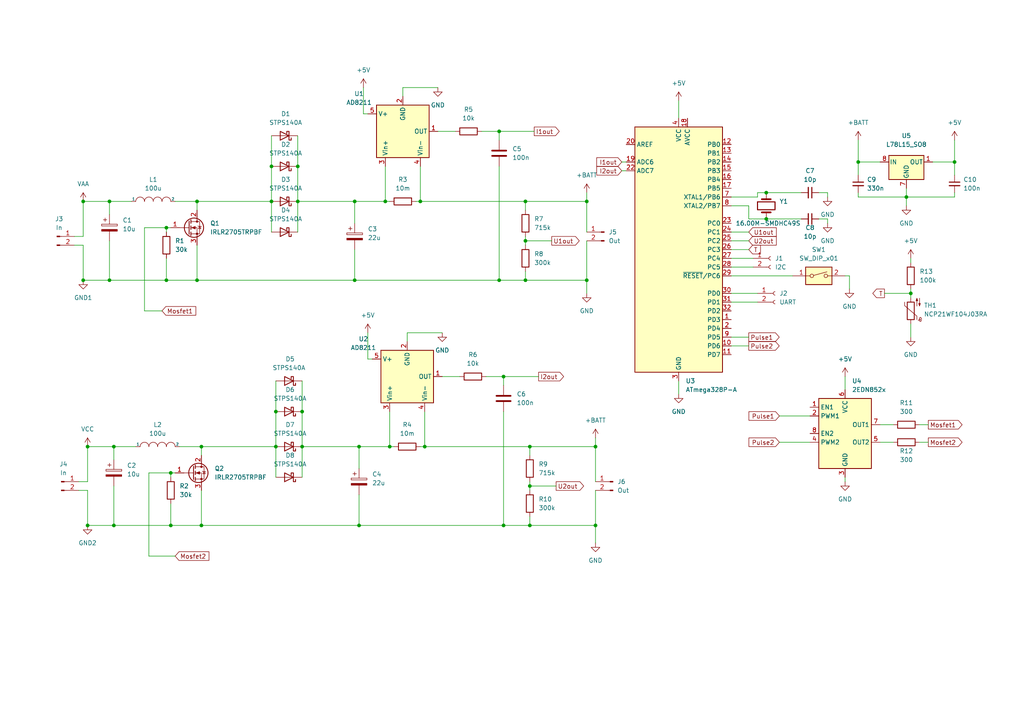
<source format=kicad_sch>
(kicad_sch (version 20211123) (generator eeschema)
  (paper "A4")
  (lib_symbols
    (symbol "Amplifier_Current:AD8211"
      (property "Reference" "U" (at -7.62 10.795 0))
      (property "Value" "AD8211" (at -7.62 8.89 0))
      (symbol "AD8211_0_1"
        (rectangle (start -7.62 7.62) (end 7.62 -7.62) (stroke (width 0.254)) (fill (type background)))
      )
      (symbol "AD8211_1_1"
        (pin output line (at 10.16 0 180) (length 2.54) (name "OUT") (number "1"))
        (pin power_in line (at 0 -10.16 90) (length 2.54) (name "GND") (number "2"))
        (pin input line (at -5.08 10.16 270) (length 2.54) (name "Vin+") (number "3"))
        (pin input line (at 5.08 10.16 270) (length 2.54) (name "Vin-") (number "4"))
        (pin power_in line (at -10.16 -5.08 0) (length 2.54) (name "V+") (number "5"))
      )
    )
    (symbol "Connector:Conn_01x02_Female" (pin_names (offset 1.016) hide)
      (property "Reference" "J" (at 0 2.54 0))
      (property "Value" "Conn_01x02_Female" (at 0 -5.08 0))
      (symbol "Conn_01x02_Female_1_1"
        (arc (start 0 -2.032) (mid -0.508 -2.54) (end 0 -3.048) (stroke (width 0.1524)))
        (polyline (pts (xy -1.27 -2.54) (xy -0.508 -2.54)) (stroke (width 0.1524)))
        (polyline (pts (xy -1.27 0) (xy -0.508 0)) (stroke (width 0.1524)))
        (arc (start 0 0.508) (mid -0.508 0) (end 0 -0.508) (stroke (width 0.1524)))
        (pin passive line (at -5.08 0 0) (length 3.81) (name "Pin_1") (number "1"))
        (pin passive line (at -5.08 -2.54 0) (length 3.81) (name "Pin_2") (number "2"))
      )
    )
    (symbol "Connector:Conn_01x02_Male" (pin_names (offset 1.016) hide)
      (property "Reference" "J" (at 0 2.54 0))
      (property "Value" "Conn_01x02_Male" (at 0 -5.08 0))
      (symbol "Conn_01x02_Male_1_1"
        (polyline (pts (xy 1.27 -2.54) (xy 0.8636 -2.54)) (stroke (width 0.1524)))
        (polyline (pts (xy 1.27 0) (xy 0.8636 0)) (stroke (width 0.1524)))
        (rectangle (start 0.8636 -2.413) (end 0 -2.667) (stroke (width 0.1524)) (fill (type outline)))
        (rectangle (start 0.8636 0.127) (end 0 -0.127) (stroke (width 0.1524)) (fill (type outline)))
        (pin passive line (at 5.08 0 180) (length 3.81) (name "Pin_1") (number "1"))
        (pin passive line (at 5.08 -2.54 180) (length 3.81) (name "Pin_2") (number "2"))
      )
    )
    (symbol "Device:C" (pin_numbers hide) (pin_names (offset 0.254))
      (property "Reference" "C" (at 0.635 2.54 0))
      (property "Value" "C" (at 0.635 -2.54 0))
      (symbol "C_0_1"
        (polyline (pts (xy -2.032 -0.762) (xy 2.032 -0.762)) (stroke (width 0.508)))
        (polyline (pts (xy -2.032 0.762) (xy 2.032 0.762)) (stroke (width 0.508)))
      )
      (symbol "C_1_1"
        (pin passive line (at 0 3.81 270) (length 2.794) (name "~") (number "1"))
        (pin passive line (at 0 -3.81 90) (length 2.794) (name "~") (number "2"))
      )
    )
    (symbol "Device:C_Polarized" (pin_numbers hide) (pin_names (offset 0.254))
      (property "Reference" "C" (at 0.635 2.54 0))
      (property "Value" "C_Polarized" (at 0.635 -2.54 0))
      (symbol "C_Polarized_0_1"
        (rectangle (start -2.286 0.508) (end 2.286 1.016))
        (polyline (pts (xy -1.778 2.286) (xy -0.762 2.286)))
        (polyline (pts (xy -1.27 2.794) (xy -1.27 1.778)))
        (rectangle (start 2.286 -0.508) (end -2.286 -1.016) (fill (type outline)))
      )
      (symbol "C_Polarized_1_1"
        (pin passive line (at 0 3.81 270) (length 2.794) (name "~") (number "1"))
        (pin passive line (at 0 -3.81 90) (length 2.794) (name "~") (number "2"))
      )
    )
    (symbol "Device:C_Small" (pin_numbers hide) (pin_names (offset 0.254) hide)
      (property "Reference" "C" (at 0.254 1.778 0))
      (property "Value" "C_Small" (at 0.254 -2.032 0))
      (symbol "C_Small_0_1"
        (polyline (pts (xy -1.524 -0.508) (xy 1.524 -0.508)) (stroke (width 0.3302)))
        (polyline (pts (xy -1.524 0.508) (xy 1.524 0.508)) (stroke (width 0.3048)))
      )
      (symbol "C_Small_1_1"
        (pin passive line (at 0 2.54 270) (length 2.032) (name "~") (number "1"))
        (pin passive line (at 0 -2.54 90) (length 2.032) (name "~") (number "2"))
      )
    )
    (symbol "Device:Crystal" (pin_numbers hide) (pin_names (offset 1.016) hide)
      (property "Reference" "Y" (at 0 3.81 0))
      (property "Value" "Crystal" (at 0 -3.81 0))
      (symbol "Crystal_0_1"
        (rectangle (start -1.143 2.54) (end 1.143 -2.54) (stroke (width 0.3048)))
        (polyline (pts (xy -2.54 0) (xy -1.905 0)))
        (polyline (pts (xy -1.905 -1.27) (xy -1.905 1.27)) (stroke (width 0.508)))
        (polyline (pts (xy 1.905 -1.27) (xy 1.905 1.27)) (stroke (width 0.508)))
        (polyline (pts (xy 2.54 0) (xy 1.905 0)))
      )
      (symbol "Crystal_1_1"
        (pin passive line (at -3.81 0 0) (length 1.27) (name "1") (number "1"))
        (pin passive line (at 3.81 0 180) (length 1.27) (name "2") (number "2"))
      )
    )
    (symbol "Device:D_Schottky" (pin_numbers hide) (pin_names (offset 1.016) hide)
      (property "Reference" "D" (at 0 2.54 0))
      (property "Value" "D_Schottky" (at 0 -2.54 0))
      (symbol "D_Schottky_0_1"
        (polyline (pts (xy 1.27 0) (xy -1.27 0)))
        (polyline (pts (xy 1.27 1.27) (xy 1.27 -1.27) (xy -1.27 0) (xy 1.27 1.27)) (stroke (width 0.254)))
        (polyline (pts (xy -1.905 0.635) (xy -1.905 1.27) (xy -1.27 1.27) (xy -1.27 -1.27) (xy -0.635 -1.27) (xy -0.635 -0.635)) (stroke (width 0.254)))
      )
      (symbol "D_Schottky_1_1"
        (pin passive line (at -3.81 0 0) (length 2.54) (name "K") (number "1"))
        (pin passive line (at 3.81 0 180) (length 2.54) (name "A") (number "2"))
      )
    )
    (symbol "Device:R" (pin_numbers hide) (pin_names (offset 0))
      (property "Reference" "R" (at 2.032 0 90))
      (property "Value" "R" (at 0 0 90))
      (symbol "R_0_1"
        (rectangle (start -1.016 -2.54) (end 1.016 2.54) (stroke (width 0.254)))
      )
      (symbol "R_1_1"
        (pin passive line (at 0 3.81 270) (length 1.27) (name "~") (number "1"))
        (pin passive line (at 0 -3.81 90) (length 1.27) (name "~") (number "2"))
      )
    )
    (symbol "Device:Thermistor_NTC" (pin_numbers hide) (pin_names (offset 0))
      (property "Reference" "TH" (at -4.445 0 90))
      (property "Value" "Thermistor_NTC" (at 3.175 0 90))
      (symbol "Thermistor_NTC_0_1"
        (arc (start -3.048 2.159) (mid -3.0495 2.3143) (end -3.175 2.413))
        (arc (start -3.048 2.159) (mid -2.9736 1.9794) (end -2.794 1.905))
        (arc (start -3.048 2.794) (mid -2.9736 2.6144) (end -2.794 2.54))
        (arc (start -2.794 1.905) (mid -2.6144 1.9794) (end -2.54 2.159))
        (arc (start -2.794 2.54) (mid -2.4393 2.5587) (end -2.159 2.794))
        (arc (start -2.794 3.048) (mid -2.9736 2.9736) (end -3.048 2.794))
        (arc (start -2.54 2.794) (mid -2.6144 2.9736) (end -2.794 3.048))
        (rectangle (start -1.016 2.54) (end 1.016 -2.54) (stroke (width 0.254)))
        (polyline (pts (xy -2.54 2.159) (xy -2.54 2.794)))
        (polyline (pts (xy -1.778 2.54) (xy -1.778 1.524) (xy 1.778 -1.524) (xy 1.778 -2.54)))
        (polyline (pts (xy -2.54 -3.683) (xy -2.54 -1.397) (xy -2.794 -2.159) (xy -2.286 -2.159) (xy -2.54 -1.397) (xy -2.54 -1.651)) (fill (type outline)))
        (polyline (pts (xy -1.778 -1.397) (xy -1.778 -3.683) (xy -2.032 -2.921) (xy -1.524 -2.921) (xy -1.778 -3.683) (xy -1.778 -3.429)) (fill (type outline)))
      )
      (symbol "Thermistor_NTC_1_1"
        (pin passive line (at 0 3.81 270) (length 1.27) (name "~") (number "1"))
        (pin passive line (at 0 -3.81 90) (length 1.27) (name "~") (number "2"))
      )
    )
    (symbol "Driver_FET:PM8834"
      (property "Reference" "U" (at -7.62 11.43 0))
      (property "Value" "PM8834" (at 12.7 11.43 0))
      (symbol "PM8834_0_1"
        (rectangle (start -7.62 -10.16) (end 7.62 10.16) (stroke (width 0.254)) (fill (type background)))
      )
      (symbol "PM8834_1_1"
        (pin input line (at -10.16 7.62 0) (length 2.54) (name "EN1") (number "1"))
        (pin input line (at -10.16 5.08 0) (length 2.54) (name "PWM1") (number "2"))
        (pin power_in line (at 0 -12.7 90) (length 2.54) (name "GND") (number "3"))
        (pin input line (at -10.16 -2.54 0) (length 2.54) (name "PWM2") (number "4"))
        (pin output line (at 10.16 -2.54 180) (length 2.54) (name "OUT2") (number "5"))
        (pin power_in line (at 0 12.7 270) (length 2.54) (name "VCC") (number "6"))
        (pin output line (at 10.16 2.54 180) (length 2.54) (name "OUT1") (number "7"))
        (pin input line (at -10.16 0 0) (length 2.54) (name "EN2") (number "8"))
      )
    )
    (symbol "MCU_Microchip_ATmega:ATmega328P-A"
      (property "Reference" "U" (at -12.7 36.83 0))
      (property "Value" "ATmega328P-A" (at 2.54 -36.83 0))
      (symbol "ATmega328P-A_0_1"
        (rectangle (start -12.7 -35.56) (end 12.7 35.56) (stroke (width 0.254)) (fill (type background)))
      )
      (symbol "ATmega328P-A_1_1"
        (pin bidirectional line (at 15.24 -20.32 180) (length 2.54) (name "PD3") (number "1"))
        (pin bidirectional line (at 15.24 -27.94 180) (length 2.54) (name "PD6") (number "10"))
        (pin bidirectional line (at 15.24 -30.48 180) (length 2.54) (name "PD7") (number "11"))
        (pin bidirectional line (at 15.24 30.48 180) (length 2.54) (name "PB0") (number "12"))
        (pin bidirectional line (at 15.24 27.94 180) (length 2.54) (name "PB1") (number "13"))
        (pin bidirectional line (at 15.24 25.4 180) (length 2.54) (name "PB2") (number "14"))
        (pin bidirectional line (at 15.24 22.86 180) (length 2.54) (name "PB3") (number "15"))
        (pin bidirectional line (at 15.24 20.32 180) (length 2.54) (name "PB4") (number "16"))
        (pin bidirectional line (at 15.24 17.78 180) (length 2.54) (name "PB5") (number "17"))
        (pin power_in line (at 2.54 38.1 270) (length 2.54) (name "AVCC") (number "18"))
        (pin input line (at -15.24 25.4 0) (length 2.54) (name "ADC6") (number "19"))
        (pin bidirectional line (at 15.24 -22.86 180) (length 2.54) (name "PD4") (number "2"))
        (pin passive line (at -15.24 30.48 0) (length 2.54) (name "AREF") (number "20"))
        (pin passive line (at 0 -38.1 90) (length 2.54) hide (name "GND") (number "21"))
        (pin input line (at -15.24 22.86 0) (length 2.54) (name "ADC7") (number "22"))
        (pin bidirectional line (at 15.24 7.62 180) (length 2.54) (name "PC0") (number "23"))
        (pin bidirectional line (at 15.24 5.08 180) (length 2.54) (name "PC1") (number "24"))
        (pin bidirectional line (at 15.24 2.54 180) (length 2.54) (name "PC2") (number "25"))
        (pin bidirectional line (at 15.24 0 180) (length 2.54) (name "PC3") (number "26"))
        (pin bidirectional line (at 15.24 -2.54 180) (length 2.54) (name "PC4") (number "27"))
        (pin bidirectional line (at 15.24 -5.08 180) (length 2.54) (name "PC5") (number "28"))
        (pin bidirectional line (at 15.24 -7.62 180) (length 2.54) (name "~{RESET}/PC6") (number "29"))
        (pin power_in line (at 0 -38.1 90) (length 2.54) (name "GND") (number "3"))
        (pin bidirectional line (at 15.24 -12.7 180) (length 2.54) (name "PD0") (number "30"))
        (pin bidirectional line (at 15.24 -15.24 180) (length 2.54) (name "PD1") (number "31"))
        (pin bidirectional line (at 15.24 -17.78 180) (length 2.54) (name "PD2") (number "32"))
        (pin power_in line (at 0 38.1 270) (length 2.54) (name "VCC") (number "4"))
        (pin passive line (at 0 -38.1 90) (length 2.54) hide (name "GND") (number "5"))
        (pin passive line (at 0 38.1 270) (length 2.54) hide (name "VCC") (number "6"))
        (pin bidirectional line (at 15.24 15.24 180) (length 2.54) (name "XTAL1/PB6") (number "7"))
        (pin bidirectional line (at 15.24 12.7 180) (length 2.54) (name "XTAL2/PB7") (number "8"))
        (pin bidirectional line (at 15.24 -25.4 180) (length 2.54) (name "PD5") (number "9"))
      )
    )
    (symbol "Regulator_Linear:L78L15_SO8" (pin_names (offset 0.254))
      (property "Reference" "U" (at -3.81 3.175 0))
      (property "Value" "L78L15_SO8" (at 0 3.175 0))
      (symbol "L78L15_SO8_0_1"
        (rectangle (start -5.08 1.905) (end 5.08 -5.08) (stroke (width 0.254)) (fill (type background)))
      )
      (symbol "L78L15_SO8_1_1"
        (pin power_out line (at 7.62 0 180) (length 2.54) (name "OUT") (number "1"))
        (pin passive line (at 0 -7.62 90) (length 2.54) hide (name "GND") (number "2"))
        (pin passive line (at 0 -7.62 90) (length 2.54) hide (name "GND") (number "3"))
        (pin no_connect line (at -5.08 -2.54 0) (length 2.54) hide (name "NC") (number "4"))
        (pin no_connect line (at 5.08 -2.54 180) (length 2.54) hide (name "NC") (number "5"))
        (pin passive line (at 0 -7.62 90) (length 2.54) hide (name "GND") (number "6"))
        (pin power_in line (at 0 -7.62 90) (length 2.54) (name "GND") (number "7"))
        (pin power_in line (at -7.62 0 0) (length 2.54) (name "IN") (number "8"))
      )
    )
    (symbol "Switch:SW_DIP_x01" (pin_names (offset 0) hide)
      (property "Reference" "SW" (at 0 3.81 0))
      (property "Value" "SW_DIP_x01" (at 0 -3.81 0))
      (symbol "SW_DIP_x01_0_0"
        (circle (center -2.032 0) (radius 0.508))
        (polyline (pts (xy -1.524 0.127) (xy 2.3622 1.1684)))
        (circle (center 2.032 0) (radius 0.508))
      )
      (symbol "SW_DIP_x01_0_1"
        (rectangle (start -3.81 2.54) (end 3.81 -2.54) (stroke (width 0.254)) (fill (type background)))
      )
      (symbol "SW_DIP_x01_1_1"
        (pin passive line (at -7.62 0 0) (length 5.08) (name "~") (number "1"))
        (pin passive line (at 7.62 0 180) (length 5.08) (name "~") (number "2"))
      )
    )
    (symbol "Transistor_FET:IRFS4321" (pin_names hide)
      (property "Reference" "Q" (at 5.08 1.905 0))
      (property "Value" "IRFS4321" (at 5.08 0 0))
      (symbol "IRFS4321_0_1"
        (polyline (pts (xy 0.254 0) (xy -2.54 0)))
        (polyline (pts (xy 0.254 1.905) (xy 0.254 -1.905)) (stroke (width 0.254)))
        (polyline (pts (xy 0.762 -1.27) (xy 0.762 -2.286)) (stroke (width 0.254)))
        (polyline (pts (xy 0.762 0.508) (xy 0.762 -0.508)) (stroke (width 0.254)))
        (polyline (pts (xy 0.762 2.286) (xy 0.762 1.27)) (stroke (width 0.254)))
        (polyline (pts (xy 2.54 2.54) (xy 2.54 1.778)))
        (polyline (pts (xy 2.54 -2.54) (xy 2.54 0) (xy 0.762 0)))
        (polyline (pts (xy 0.762 -1.778) (xy 3.302 -1.778) (xy 3.302 1.778) (xy 0.762 1.778)))
        (polyline (pts (xy 1.016 0) (xy 2.032 0.381) (xy 2.032 -0.381) (xy 1.016 0)) (fill (type outline)))
        (polyline (pts (xy 2.794 0.508) (xy 2.921 0.381) (xy 3.683 0.381) (xy 3.81 0.254)))
        (polyline (pts (xy 3.302 0.381) (xy 2.921 -0.254) (xy 3.683 -0.254) (xy 3.302 0.381)))
        (circle (center 1.651 0) (radius 2.794) (stroke (width 0.254)))
        (circle (center 2.54 -1.778) (radius 0.254) (fill (type outline)))
        (circle (center 2.54 1.778) (radius 0.254) (fill (type outline)))
      )
      (symbol "IRFS4321_1_1"
        (pin passive line (at -5.08 0 0) (length 2.54) (name "G") (number "1"))
        (pin passive line (at 2.54 5.08 270) (length 2.54) (name "D") (number "2"))
        (pin passive line (at 2.54 -5.08 90) (length 2.54) (name "S") (number "3"))
      )
    )
    (symbol "power:+5V" (power) (pin_names (offset 0))
      (property "Value" "+5V" (at 0 3.556 0))
      (symbol "+5V_0_1"
        (polyline (pts (xy -0.762 1.27) (xy 0 2.54)))
        (polyline (pts (xy 0 0) (xy 0 2.54)))
        (polyline (pts (xy 0 2.54) (xy 0.762 1.27)))
      )
      (symbol "+5V_1_1"
        (pin power_in line (at 0 0 90) (length 0) hide (name "+5V") (number "1"))
      )
    )
    (symbol "power:+BATT" (power) (pin_names (offset 0))
      (property "Value" "+BATT" (at 0 3.556 0))
      (symbol "+BATT_0_1"
        (polyline (pts (xy -0.762 1.27) (xy 0 2.54)))
        (polyline (pts (xy 0 0) (xy 0 2.54)))
        (polyline (pts (xy 0 2.54) (xy 0.762 1.27)))
      )
      (symbol "+BATT_1_1"
        (pin power_in line (at 0 0 90) (length 0) hide (name "+BATT") (number "1"))
      )
    )
    (symbol "power:GND" (power) (pin_names (offset 0))
      (property "Value" "GND" (at 0 -3.81 0))
      (symbol "GND_0_1"
        (polyline (pts (xy 0 0) (xy 0 -1.27) (xy 1.27 -1.27) (xy 0 -2.54) (xy -1.27 -1.27) (xy 0 -1.27)))
      )
      (symbol "GND_1_1"
        (pin power_in line (at 0 0 270) (length 0) hide (name "GND") (number "1"))
      )
    )
    (symbol "power:GND1" (power) (pin_names (offset 0))
      (property "Value" "GND1" (at 0 -3.81 0))
      (symbol "GND1_0_1"
        (polyline (pts (xy 0 0) (xy 0 -1.27) (xy 1.27 -1.27) (xy 0 -2.54) (xy -1.27 -1.27) (xy 0 -1.27)))
      )
      (symbol "GND1_1_1"
        (pin power_in line (at 0 0 270) (length 0) hide (name "GND1") (number "1"))
      )
    )
    (symbol "power:GND2" (power) (pin_names (offset 0))
      (property "Value" "GND2" (at 0 -3.81 0))
      (symbol "GND2_0_1"
        (polyline (pts (xy 0 0) (xy 0 -1.27) (xy 1.27 -1.27) (xy 0 -2.54) (xy -1.27 -1.27) (xy 0 -1.27)))
      )
      (symbol "GND2_1_1"
        (pin power_in line (at 0 0 270) (length 0) hide (name "GND2") (number "1"))
      )
    )
    (symbol "power:VAA" (power) (pin_names (offset 0))
      (property "Value" "VAA" (at 0 3.81 0))
      (symbol "VAA_0_1"
        (polyline (pts (xy -0.762 1.27) (xy 0 2.54)))
        (polyline (pts (xy 0 0) (xy 0 2.54)))
        (polyline (pts (xy 0 2.54) (xy 0.762 1.27)))
      )
      (symbol "VAA_1_1"
        (pin power_in line (at 0 0 90) (length 0) hide (name "VAA") (number "1"))
      )
    )
    (symbol "power:VCC" (power) (pin_names (offset 0))
      (property "Value" "VCC" (at 0 3.81 0))
      (symbol "VCC_0_1"
        (polyline (pts (xy -0.762 1.27) (xy 0 2.54)))
        (polyline (pts (xy 0 0) (xy 0 2.54)))
        (polyline (pts (xy 0 2.54) (xy 0.762 1.27)))
      )
      (symbol "VCC_1_1"
        (pin power_in line (at 0 0 90) (length 0) hide (name "VCC") (number "1"))
      )
    )
    (symbol "pspice:INDUCTOR" (pin_numbers hide) (pin_names (offset 0))
      (property "Reference" "L" (at 0 2.54 0))
      (property "Value" "INDUCTOR" (at 0 -1.27 0))
      (symbol "INDUCTOR_0_1"
        (arc (start -2.54 0) (mid -3.81 1.27) (end -5.08 0))
        (arc (start 0 0) (mid -1.27 1.27) (end -2.54 0))
        (arc (start 2.54 0) (mid 1.27 1.27) (end 0 0))
        (arc (start 5.08 0) (mid 3.81 1.27) (end 2.54 0))
      )
      (symbol "INDUCTOR_1_1"
        (pin input line (at -6.35 0 0) (length 1.27) (name "1") (number "1"))
        (pin input line (at 6.35 0 180) (length 1.27) (name "2") (number "2"))
      )
    )
  )
  (junction (at 58.42 129.54))
  (junction (at 102.87 81.28))
  (junction (at 31.75 58.42))
  (junction (at 153.67 129.54))
  (junction (at 33.02 152.4))
  (junction (at 80.01 119.38))
  (junction (at 57.15 81.28))
  (junction (at 87.63 119.38))
  (junction (at 104.14 129.54))
  (junction (at 48.26 81.28))
  (junction (at 146.05 109.22))
  (junction (at 58.42 152.4))
  (junction (at 102.87 58.42))
  (junction (at 80.01 129.54))
  (junction (at 152.4 81.28))
  (junction (at 146.05 152.4))
  (junction (at 144.78 38.1))
  (junction (at 222.25 63.5))
  (junction (at 172.72 129.54))
  (junction (at 121.92 58.42))
  (junction (at 31.75 81.28))
  (junction (at 170.18 58.42))
  (junction (at 104.14 152.4))
  (junction (at 144.78 81.28))
  (junction (at 25.4 129.54))
  (junction (at 49.53 152.4))
  (junction (at 152.4 58.42))
  (junction (at 24.13 81.28))
  (junction (at 153.67 152.4))
  (junction (at 222.25 55.88))
  (junction (at 123.19 129.54))
  (junction (at 78.74 48.26))
  (junction (at 262.89 57.15))
  (junction (at 111.76 58.42))
  (junction (at 248.92 46.99))
  (junction (at 113.03 129.54))
  (junction (at 172.72 152.4))
  (junction (at 57.15 58.42))
  (junction (at 48.26 66.04))
  (junction (at 25.4 152.4))
  (junction (at 152.4 69.85))
  (junction (at 24.13 58.42))
  (junction (at 86.36 48.26))
  (junction (at 276.86 46.99))
  (junction (at 87.63 129.54))
  (junction (at 49.53 137.16))
  (junction (at 264.16 85.09))
  (junction (at 78.74 58.42))
  (junction (at 153.67 140.97))
  (junction (at 33.02 129.54))
  (junction (at 170.18 81.28))
  (junction (at 86.36 58.42))
  (wire (pts (xy 212.09 67.31) (xy 217.17 67.31)))
  (wire (pts (xy 212.09 77.47) (xy 218.44 77.47)))
  (wire (pts (xy 146.05 119.38) (xy 146.05 152.4)))
  (wire (pts (xy 146.05 109.22) (xy 140.97 109.22)))
  (wire (pts (xy 262.89 57.15) (xy 262.89 59.69)))
  (wire (pts (xy 153.67 140.97) (xy 153.67 142.24)))
  (wire (pts (xy 25.4 139.7) (xy 25.4 129.54)))
  (wire (pts (xy 50.8 58.42) (xy 57.15 58.42)))
  (wire (pts (xy 144.78 40.64) (xy 144.78 38.1)))
  (wire (pts (xy 24.13 58.42) (xy 31.75 58.42)))
  (wire (pts (xy 48.26 74.93) (xy 48.26 81.28)))
  (wire (pts (xy 146.05 152.4) (xy 153.67 152.4)))
  (wire (pts (xy 226.06 120.65) (xy 234.95 120.65)))
  (wire (pts (xy 217.17 59.69) (xy 212.09 59.69)))
  (wire (pts (xy 102.87 58.42) (xy 86.36 58.42)))
  (wire (pts (xy 21.59 68.58) (xy 24.13 68.58)))
  (wire (pts (xy 41.91 66.04) (xy 48.26 66.04)))
  (wire (pts (xy 43.18 161.29) (xy 43.18 137.16)))
  (wire (pts (xy 264.16 74.93) (xy 264.16 76.2)))
  (wire (pts (xy 121.92 58.42) (xy 152.4 58.42)))
  (wire (pts (xy 245.11 109.22) (xy 245.11 113.03)))
  (wire (pts (xy 57.15 71.12) (xy 57.15 81.28)))
  (wire (pts (xy 153.67 152.4) (xy 172.72 152.4)))
  (wire (pts (xy 121.92 129.54) (xy 123.19 129.54)))
  (wire (pts (xy 102.87 64.77) (xy 102.87 58.42)))
  (wire (pts (xy 172.72 157.48) (xy 172.72 152.4)))
  (wire (pts (xy 248.92 46.99) (xy 248.92 50.8)))
  (wire (pts (xy 41.91 90.17) (xy 46.99 90.17)))
  (wire (pts (xy 22.86 139.7) (xy 25.4 139.7)))
  (wire (pts (xy 87.63 119.38) (xy 87.63 110.49)))
  (wire (pts (xy 57.15 58.42) (xy 57.15 60.96)))
  (wire (pts (xy 58.42 129.54) (xy 80.01 129.54)))
  (wire (pts (xy 121.92 48.26) (xy 121.92 58.42)))
  (wire (pts (xy 57.15 58.42) (xy 78.74 58.42)))
  (wire (pts (xy 41.91 90.17) (xy 41.91 66.04)))
  (wire (pts (xy 144.78 81.28) (xy 152.4 81.28)))
  (wire (pts (xy 104.14 135.89) (xy 104.14 129.54)))
  (wire (pts (xy 31.75 58.42) (xy 38.1 58.42)))
  (wire (pts (xy 80.01 119.38) (xy 80.01 129.54)))
  (wire (pts (xy 43.18 137.16) (xy 49.53 137.16)))
  (wire (pts (xy 246.38 83.82) (xy 246.38 80.01)))
  (wire (pts (xy 104.14 143.51) (xy 104.14 152.4)))
  (wire (pts (xy 255.27 123.19) (xy 259.08 123.19)))
  (wire (pts (xy 106.68 104.14) (xy 107.95 104.14)))
  (wire (pts (xy 123.19 129.54) (xy 153.67 129.54)))
  (wire (pts (xy 212.09 74.93) (xy 218.44 74.93)))
  (wire (pts (xy 52.07 129.54) (xy 58.42 129.54)))
  (wire (pts (xy 276.86 46.99) (xy 276.86 50.8)))
  (wire (pts (xy 152.4 81.28) (xy 170.18 81.28)))
  (wire (pts (xy 33.02 129.54) (xy 39.37 129.54)))
  (wire (pts (xy 146.05 111.76) (xy 146.05 109.22)))
  (wire (pts (xy 78.74 48.26) (xy 78.74 58.42)))
  (wire (pts (xy 240.03 55.88) (xy 237.49 55.88)))
  (wire (pts (xy 25.4 142.24) (xy 25.4 152.4)))
  (wire (pts (xy 43.18 161.29) (xy 50.8 161.29)))
  (wire (pts (xy 105.41 33.02) (xy 106.68 33.02)))
  (wire (pts (xy 262.89 54.61) (xy 262.89 57.15)))
  (wire (pts (xy 86.36 48.26) (xy 86.36 58.42)))
  (wire (pts (xy 266.7 128.27) (xy 269.24 128.27)))
  (wire (pts (xy 104.14 129.54) (xy 87.63 129.54)))
  (wire (pts (xy 276.86 46.99) (xy 270.51 46.99)))
  (wire (pts (xy 144.78 38.1) (xy 139.7 38.1)))
  (wire (pts (xy 111.76 58.42) (xy 113.03 58.42)))
  (wire (pts (xy 264.16 83.82) (xy 264.16 85.09)))
  (wire (pts (xy 146.05 109.22) (xy 156.21 109.22)))
  (wire (pts (xy 118.11 96.52) (xy 118.11 99.06)))
  (wire (pts (xy 264.16 85.09) (xy 264.16 86.36)))
  (wire (pts (xy 240.03 57.15) (xy 240.03 55.88)))
  (wire (pts (xy 49.53 138.43) (xy 49.53 137.16)))
  (wire (pts (xy 104.14 152.4) (xy 146.05 152.4)))
  (wire (pts (xy 172.72 127) (xy 172.72 129.54)))
  (wire (pts (xy 25.4 152.4) (xy 33.02 152.4)))
  (wire (pts (xy 248.92 46.99) (xy 255.27 46.99)))
  (wire (pts (xy 152.4 58.42) (xy 170.18 58.42)))
  (wire (pts (xy 245.11 138.43) (xy 245.11 139.7)))
  (wire (pts (xy 80.01 119.38) (xy 80.01 110.49)))
  (wire (pts (xy 153.67 149.86) (xy 153.67 152.4)))
  (wire (pts (xy 102.87 81.28) (xy 57.15 81.28)))
  (wire (pts (xy 232.41 63.5) (xy 222.25 63.5)))
  (wire (pts (xy 248.92 40.64) (xy 248.92 46.99)))
  (wire (pts (xy 105.41 25.4) (xy 105.41 33.02)))
  (wire (pts (xy 152.4 69.85) (xy 152.4 71.12)))
  (wire (pts (xy 170.18 55.88) (xy 170.18 58.42)))
  (wire (pts (xy 153.67 140.97) (xy 161.29 140.97)))
  (wire (pts (xy 172.72 139.7) (xy 172.72 129.54)))
  (wire (pts (xy 102.87 81.28) (xy 144.78 81.28)))
  (wire (pts (xy 80.01 138.43) (xy 80.01 129.54)))
  (wire (pts (xy 58.42 142.24) (xy 58.42 152.4)))
  (wire (pts (xy 33.02 152.4) (xy 49.53 152.4)))
  (wire (pts (xy 58.42 129.54) (xy 58.42 132.08)))
  (wire (pts (xy 266.7 123.19) (xy 269.24 123.19)))
  (wire (pts (xy 170.18 67.31) (xy 170.18 58.42)))
  (wire (pts (xy 226.06 128.27) (xy 234.95 128.27)))
  (wire (pts (xy 24.13 71.12) (xy 24.13 81.28)))
  (wire (pts (xy 123.19 119.38) (xy 123.19 129.54)))
  (wire (pts (xy 255.27 128.27) (xy 259.08 128.27)))
  (wire (pts (xy 48.26 66.04) (xy 49.53 66.04)))
  (wire (pts (xy 222.25 55.88) (xy 219.71 55.88)))
  (wire (pts (xy 276.86 40.64) (xy 276.86 46.99)))
  (wire (pts (xy 86.36 67.31) (xy 86.36 58.42)))
  (wire (pts (xy 212.09 72.39) (xy 217.17 72.39)))
  (wire (pts (xy 57.15 81.28) (xy 48.26 81.28)))
  (wire (pts (xy 31.75 81.28) (xy 48.26 81.28)))
  (wire (pts (xy 222.25 63.5) (xy 217.17 63.5)))
  (wire (pts (xy 276.86 55.88) (xy 276.86 57.15)))
  (wire (pts (xy 49.53 137.16) (xy 50.8 137.16)))
  (wire (pts (xy 240.03 64.77) (xy 240.03 63.5)))
  (wire (pts (xy 128.27 96.52) (xy 118.11 96.52)))
  (wire (pts (xy 153.67 139.7) (xy 153.67 140.97)))
  (wire (pts (xy 170.18 85.09) (xy 170.18 81.28)))
  (wire (pts (xy 31.75 62.23) (xy 31.75 58.42)))
  (wire (pts (xy 152.4 58.42) (xy 152.4 60.96)))
  (wire (pts (xy 102.87 72.39) (xy 102.87 81.28)))
  (wire (pts (xy 127 38.1) (xy 132.08 38.1)))
  (wire (pts (xy 116.84 25.4) (xy 116.84 27.94)))
  (wire (pts (xy 212.09 80.01) (xy 229.87 80.01)))
  (wire (pts (xy 172.72 142.24) (xy 172.72 152.4)))
  (wire (pts (xy 33.02 140.97) (xy 33.02 152.4)))
  (wire (pts (xy 21.59 71.12) (xy 24.13 71.12)))
  (wire (pts (xy 25.4 129.54) (xy 33.02 129.54)))
  (wire (pts (xy 264.16 93.98) (xy 264.16 97.79)))
  (wire (pts (xy 212.09 87.63) (xy 219.71 87.63)))
  (wire (pts (xy 106.68 96.52) (xy 106.68 104.14)))
  (wire (pts (xy 128.27 109.22) (xy 133.35 109.22)))
  (wire (pts (xy 240.03 63.5) (xy 237.49 63.5)))
  (wire (pts (xy 48.26 67.31) (xy 48.26 66.04)))
  (wire (pts (xy 212.09 85.09) (xy 219.71 85.09)))
  (wire (pts (xy 196.85 110.49) (xy 196.85 114.3)))
  (wire (pts (xy 152.4 78.74) (xy 152.4 81.28)))
  (wire (pts (xy 49.53 146.05) (xy 49.53 152.4)))
  (wire (pts (xy 153.67 129.54) (xy 172.72 129.54)))
  (wire (pts (xy 24.13 68.58) (xy 24.13 58.42)))
  (wire (pts (xy 111.76 48.26) (xy 111.76 58.42)))
  (wire (pts (xy 87.63 119.38) (xy 87.63 129.54)))
  (wire (pts (xy 144.78 48.26) (xy 144.78 81.28)))
  (wire (pts (xy 232.41 55.88) (xy 222.25 55.88)))
  (wire (pts (xy 248.92 55.88) (xy 248.92 57.15)))
  (wire (pts (xy 120.65 58.42) (xy 121.92 58.42)))
  (wire (pts (xy 104.14 152.4) (xy 58.42 152.4)))
  (wire (pts (xy 170.18 69.85) (xy 170.18 81.28)))
  (wire (pts (xy 217.17 100.33) (xy 212.09 100.33)))
  (wire (pts (xy 246.38 80.01) (xy 245.11 80.01)))
  (wire (pts (xy 78.74 48.26) (xy 78.74 39.37)))
  (wire (pts (xy 152.4 69.85) (xy 160.02 69.85)))
  (wire (pts (xy 153.67 129.54) (xy 153.67 132.08)))
  (wire (pts (xy 276.86 57.15) (xy 262.89 57.15)))
  (wire (pts (xy 104.14 129.54) (xy 113.03 129.54)))
  (wire (pts (xy 33.02 133.35) (xy 33.02 129.54)))
  (wire (pts (xy 217.17 97.79) (xy 212.09 97.79)))
  (wire (pts (xy 127 25.4) (xy 116.84 25.4)))
  (wire (pts (xy 180.34 49.53) (xy 181.61 49.53)))
  (wire (pts (xy 196.85 29.21) (xy 196.85 34.29)))
  (wire (pts (xy 212.09 69.85) (xy 217.17 69.85)))
  (wire (pts (xy 22.86 142.24) (xy 25.4 142.24)))
  (wire (pts (xy 87.63 138.43) (xy 87.63 129.54)))
  (wire (pts (xy 31.75 69.85) (xy 31.75 81.28)))
  (wire (pts (xy 152.4 68.58) (xy 152.4 69.85)))
  (wire (pts (xy 248.92 57.15) (xy 262.89 57.15)))
  (wire (pts (xy 58.42 152.4) (xy 49.53 152.4)))
  (wire (pts (xy 256.54 85.09) (xy 264.16 85.09)))
  (wire (pts (xy 113.03 119.38) (xy 113.03 129.54)))
  (wire (pts (xy 113.03 129.54) (xy 114.3 129.54)))
  (wire (pts (xy 219.71 55.88) (xy 219.71 57.15)))
  (wire (pts (xy 144.78 38.1) (xy 154.94 38.1)))
  (wire (pts (xy 219.71 57.15) (xy 212.09 57.15)))
  (wire (pts (xy 24.13 81.28) (xy 31.75 81.28)))
  (wire (pts (xy 78.74 67.31) (xy 78.74 58.42)))
  (wire (pts (xy 180.34 46.99) (xy 181.61 46.99)))
  (wire (pts (xy 217.17 63.5) (xy 217.17 59.69)))
  (wire (pts (xy 86.36 48.26) (xy 86.36 39.37)))
  (wire (pts (xy 102.87 58.42) (xy 111.76 58.42)))
  (global_label "I2out" (shape input) (at 180.34 49.53 180) (property "Intersheet References" "${INTERSHEET_REFS}" (effects hide)))
  (global_label "Pulse1" (shape output) (at 217.17 97.79 0) (property "Intersheet References" "${INTERSHEET_REFS}" (effects hide)))
  (global_label "T" (shape output) (at 256.54 85.09 180) (property "Intersheet References" "${INTERSHEET_REFS}" (effects hide)))
  (global_label "I2out" (shape output) (at 156.21 109.22 0) (property "Intersheet References" "${INTERSHEET_REFS}" (effects hide)))
  (global_label "U1out" (shape input) (at 217.17 67.31 0) (property "Intersheet References" "${INTERSHEET_REFS}" (effects hide)))
  (global_label "Pulse2" (shape output) (at 217.17 100.33 0) (property "Intersheet References" "${INTERSHEET_REFS}" (effects hide)))
  (global_label "U2out" (shape output) (at 161.29 140.97 0) (property "Intersheet References" "${INTERSHEET_REFS}" (effects hide)))
  (global_label "U1out" (shape output) (at 160.02 69.85 0) (property "Intersheet References" "${INTERSHEET_REFS}" (effects hide)))
  (global_label "Pulse1" (shape input) (at 226.06 120.65 180) (property "Intersheet References" "${INTERSHEET_REFS}" (effects hide)))
  (global_label "T" (shape input) (at 217.17 72.39 0) (property "Intersheet References" "${INTERSHEET_REFS}" (effects hide)))
  (global_label "Mosfet1" (shape output) (at 269.24 123.19 0) (property "Intersheet References" "${INTERSHEET_REFS}" (effects hide)))
  (global_label "Mosfet1" (shape input) (at 46.99 90.17 0) (property "Intersheet References" "${INTERSHEET_REFS}" (effects hide)))
  (global_label "Pulse2" (shape input) (at 226.06 128.27 180) (property "Intersheet References" "${INTERSHEET_REFS}" (effects hide)))
  (global_label "Mosfet2" (shape input) (at 50.8 161.29 0) (property "Intersheet References" "${INTERSHEET_REFS}" (effects hide)))
  (global_label "I1out" (shape output) (at 154.94 38.1 0) (property "Intersheet References" "${INTERSHEET_REFS}" (effects hide)))
  (global_label "Mosfet2" (shape output) (at 269.24 128.27 0) (property "Intersheet References" "${INTERSHEET_REFS}" (effects hide)))
  (global_label "U2out" (shape input) (at 217.17 69.85 0) (property "Intersheet References" "${INTERSHEET_REFS}" (effects hide)))
  (global_label "I1out" (shape input) (at 180.34 46.99 180) (property "Intersheet References" "${INTERSHEET_REFS}" (effects hide)))
  (symbol (lib_id "Device:R") (at 137.16 109.22 90) (unit 1)
    (property "Reference" "R6" (at 137.16 102.87 90))
    (property "Value" "10k" (at 137.16 105.41 90))
    (property "Footprint" "Resistor_SMD:R_1206_3216Metric_Pad1.30x1.75mm_HandSolder" (effects hide))
  )
  (symbol (lib_id "Device:C_Polarized") (at 33.02 137.16 0) (unit 1)
    (property "Reference" "C2" (at 36.83 135.0009 0) (effects (justify left)))
    (property "Value" "10u" (at 36.83 137.5409 0) (effects (justify left)))
    (property "Footprint" "Capacitor_Tantalum_SMD:CP_EIA-7343-15_Kemet-W_Pad2.25x2.55mm_HandSolder" (effects hide))
    (property "Datasheet" "https://www.tme.eu/pl/details/t491d106k050at/kondensatory-tantalowe-smd/kemet/" (effects hide))
  )
  (symbol (lib_id "Device:C_Polarized") (at 104.14 139.7 0) (unit 1)
    (property "Reference" "C4" (at 107.95 137.5409 0) (effects (justify left)))
    (property "Value" "22u" (at 107.95 140.0809 0) (effects (justify left)))
    (property "Footprint" "Capacitor_Tantalum_SMD:CP_EIA-7343-15_Kemet-W_Pad2.25x2.55mm_HandSolder" (effects hide))
    (property "Datasheet" "https://www.tme.eu/pl/details/t491x226k050at/kondensatory-tantalowe-smd/kemet/" (effects hide))
  )
  (symbol (lib_id "power:GND2") (at 25.4 152.4 0) (unit 1)
    (property "Reference" "#PWR0103" (effects hide))
    (property "Value" "GND2" (at 25.4 157.48 0))
  )
  (symbol (lib_id "power:GND") (at 246.38 83.82 0) (unit 1)
    (property "Reference" "#PWR017" (effects hide))
    (property "Value" "GND" (at 246.38 88.9 0))
  )
  (symbol (lib_id "Device:C_Small") (at 234.95 55.88 270) (mirror x) (unit 1)
    (property "Reference" "C7" (at 234.9436 49.53 90))
    (property "Value" "10p" (at 234.9436 52.07 90))
    (property "Footprint" "Resistor_SMD:R_1206_3216Metric_Pad1.30x1.75mm_HandSolder" (effects hide))
  )
  (symbol (lib_id "Device:R") (at 153.67 146.05 180) (unit 1)
    (property "Reference" "R10" (at 156.21 144.7799 0) (effects (justify right)))
    (property "Value" "300k" (at 156.21 147.3199 0) (effects (justify right)))
    (property "Footprint" "Resistor_SMD:R_1206_3216Metric_Pad1.30x1.75mm_HandSolder" (effects hide))
  )
  (symbol (lib_id "Device:D_Schottky") (at 83.82 138.43 180) (unit 1)
    (property "Reference" "D8" (at 84.1375 132.08 0))
    (property "Value" "STPS140A" (at 84.1375 134.62 0))
    (property "Footprint" "Diode_SMD:D_2010_5025Metric_Pad1.52x2.65mm_HandSolder" (effects hide))
    (property "Datasheet" "https://www.tme.eu/pl/details/stps140a/diody-schottky-smd/stmicroelectronics/" (effects hide))
  )
  (symbol (lib_id "pspice:INDUCTOR") (at 45.72 129.54 0) (unit 1)
    (property "Reference" "L2" (at 45.72 123.19 0))
    (property "Value" "100u" (at 45.72 125.73 0))
    (property "Footprint" "Inductor_SMD:L_Bourns_SRR1208_12.7x12.7mm" (effects hide))
    (property "Datasheet" "https://www.tme.eu/pl/details/de1205-100/dlawiki-smd-mocy/ferrocore/" (effects hide))
  )
  (symbol (lib_id "power:GND") (at 240.03 57.15 0) (unit 1)
    (property "Reference" "#PWR015" (effects hide))
    (property "Value" "GND" (at 240.03 62.23 0))
  )
  (symbol (lib_id "power:+5V") (at 105.41 25.4 0) (unit 1)
    (property "Reference" "#PWR05" (effects hide))
    (property "Value" "+5V" (at 105.41 20.32 0))
  )
  (symbol (lib_id "power:GND") (at 240.03 64.77 0) (unit 1)
    (property "Reference" "#PWR016" (effects hide))
    (property "Value" "GND" (at 240.03 69.85 0))
  )
  (symbol (lib_id "Device:D_Schottky") (at 83.82 119.38 180) (unit 1)
    (property "Reference" "D6" (at 84.1375 113.03 0))
    (property "Value" "STPS140A" (at 84.1375 115.57 0))
    (property "Footprint" "Diode_SMD:D_2010_5025Metric_Pad1.52x2.65mm_HandSolder" (effects hide))
    (property "Datasheet" "https://www.tme.eu/pl/details/stps140a/diody-schottky-smd/stmicroelectronics/" (effects hide))
  )
  (symbol (lib_id "Device:D_Schottky") (at 82.55 67.31 180) (unit 1)
    (property "Reference" "D4" (at 82.8675 60.96 0))
    (property "Value" "STPS140A" (at 82.8675 63.5 0))
    (property "Footprint" "Diode_SMD:D_2010_5025Metric_Pad1.52x2.65mm_HandSolder" (effects hide))
    (property "Datasheet" "https://www.tme.eu/pl/details/stps140a/diody-schottky-smd/stmicroelectronics/" (effects hide))
  )
  (symbol (lib_id "power:GND") (at 262.89 59.69 0) (unit 1)
    (property "Reference" "#PWR021" (effects hide))
    (property "Value" "GND" (at 262.89 64.77 0))
  )
  (symbol (lib_id "Device:C_Small") (at 234.95 63.5 270) (mirror x) (unit 1)
    (property "Reference" "C8" (at 234.95 66.04 90))
    (property "Value" "10p" (at 234.95 68.58 90))
    (property "Footprint" "Resistor_SMD:R_1206_3216Metric_Pad1.30x1.75mm_HandSolder" (effects hide))
  )
  (symbol (lib_id "Device:D_Schottky") (at 82.55 48.26 180) (unit 1)
    (property "Reference" "D2" (at 82.8675 41.91 0))
    (property "Value" "STPS140A" (at 82.8675 44.45 0))
    (property "Footprint" "Diode_SMD:D_2010_5025Metric_Pad1.52x2.65mm_HandSolder" (effects hide))
    (property "Datasheet" "https://www.tme.eu/pl/details/stps140a/diody-schottky-smd/stmicroelectronics/" (effects hide))
  )
  (symbol (lib_id "Device:R") (at 48.26 71.12 180) (unit 1)
    (property "Reference" "R1" (at 50.8 69.8499 0) (effects (justify right)))
    (property "Value" "30k" (at 50.8 72.3899 0) (effects (justify right)))
    (property "Footprint" "Resistor_SMD:R_1206_3216Metric_Pad1.30x1.75mm_HandSolder" (effects hide))
  )
  (symbol (lib_id "power:GND") (at 170.18 85.09 0) (unit 1)
    (property "Reference" "#PWR010" (effects hide))
    (property "Value" "GND" (at 170.18 90.17 0))
  )
  (symbol (lib_id "Amplifier_Current:AD8211") (at 118.11 109.22 0) (mirror x) (unit 1)
    (property "Reference" "U2" (at 105.41 98.3105 0))
    (property "Value" "AD8211" (at 105.41 100.8505 0))
    (property "Footprint" "Package_TO_SOT_SMD:SOT-23-5" (effects hide))
    (property "Datasheet" "https://www.tme.eu/pl/details/ad8211yrjz-r2/wzmacniacze-operacyjne-smd/analog-devices/" (effects hide))
  )
  (symbol (lib_id "Device:C_Polarized") (at 31.75 66.04 0) (unit 1)
    (property "Reference" "C1" (at 35.56 63.8809 0) (effects (justify left)))
    (property "Value" "10u" (at 35.56 66.4209 0) (effects (justify left)))
    (property "Footprint" "Capacitor_Tantalum_SMD:CP_EIA-7343-15_Kemet-W_Pad2.25x2.55mm_HandSolder" (effects hide))
    (property "Datasheet" "https://www.tme.eu/pl/details/t491d106k050at/kondensatory-tantalowe-smd/kemet/" (effects hide))
  )
  (symbol (lib_id "power:+5V") (at 245.11 109.22 0) (unit 1)
    (property "Reference" "#PWR018" (effects hide))
    (property "Value" "+5V" (at 245.11 104.14 0))
  )
  (symbol (lib_id "power:GND") (at 264.16 97.79 0) (unit 1)
    (property "Reference" "#PWR023" (effects hide))
    (property "Value" "GND" (at 264.16 102.87 0))
  )
  (symbol (lib_id "power:VCC") (at 25.4 129.54 0) (unit 1)
    (property "Reference" "#PWR03" (effects hide))
    (property "Value" "VCC" (at 25.4 124.46 0))
  )
  (symbol (lib_id "MCU_Microchip_ATmega:ATmega328P-A") (at 196.85 72.39 0) (unit 1)
    (property "Reference" "U3" (at 198.8694 110.49 0) (effects (justify left)))
    (property "Value" "ATmega328P-A" (at 198.8694 113.03 0) (effects (justify left)))
    (property "Footprint" "Package_QFP:TQFP-32_7x7mm_P0.8mm" (effects hide))
    (property "Datasheet" "http://ww1.microchip.com/downloads/en/DeviceDoc/ATmega328_P%20AVR%20MCU%20with%20picoPower%20Technology%20Data%20Sheet%2040001984A.pdf" (effects hide))
  )
  (symbol (lib_id "Device:Crystal") (at 222.25 59.69 270) (mirror x) (unit 1)
    (property "Reference" "Y1" (at 226.06 58.42 90) (effects (justify left)))
    (property "Value" "16.00M-SMDHC49S" (at 213.36 64.77 90) (effects (justify left)))
    (property "Footprint" "Crystal:Crystal_SMD_HC49-SD_HandSoldering" (effects hide))
    (property "Datasheet" "https://www.tme.eu/pl/details/16.00m-smdhc49s/rezonatory-kwarcowe-smd/yic/" (effects hide))
  )
  (symbol (lib_id "Connector:Conn_01x02_Male") (at 177.8 139.7 0) (mirror y) (unit 1)
    (property "Reference" "J6" (at 179.07 139.6999 0) (effects (justify right)))
    (property "Value" "Out" (at 179.07 142.2399 0) (effects (justify right)))
    (property "Footprint" "moje:PowerPad" (effects hide))
  )
  (symbol (lib_id "Device:R") (at 135.89 38.1 90) (unit 1)
    (property "Reference" "R5" (at 135.89 31.75 90))
    (property "Value" "10k" (at 135.89 34.29 90))
    (property "Footprint" "Resistor_SMD:R_1206_3216Metric_Pad1.30x1.75mm_HandSolder" (effects hide))
  )
  (symbol (lib_id "power:+BATT") (at 248.92 40.64 0) (unit 1)
    (property "Reference" "#PWR020" (effects hide))
    (property "Value" "+BATT" (at 248.92 35.56 0))
  )
  (symbol (lib_id "Transistor_FET:IRFS4321") (at 55.88 137.16 0) (unit 1)
    (property "Reference" "Q2" (at 62.23 135.8899 0) (effects (justify left)))
    (property "Value" "IRLR2705TRPBF" (at 62.23 138.4299 0) (effects (justify left)))
    (property "Footprint" "Package_TO_SOT_SMD:TO-263-2" (effects hide))
    (property "Datasheet" "https://www.tme.eu/pl/details/irlr2705trpbf/tranzystory-z-kanalem-n-smd/infineon-technologies/" (effects hide))
  )
  (symbol (lib_id "Device:D_Schottky") (at 82.55 58.42 180) (unit 1)
    (property "Reference" "D3" (at 82.8675 52.07 0))
    (property "Value" "STPS140A" (at 82.8675 54.61 0))
    (property "Footprint" "Diode_SMD:D_2010_5025Metric_Pad1.52x2.65mm_HandSolder" (effects hide))
    (property "Datasheet" "https://www.tme.eu/pl/details/stps140a/diody-schottky-smd/stmicroelectronics/" (effects hide))
  )
  (symbol (lib_id "Connector:Conn_01x02_Male") (at 16.51 68.58 0) (unit 1)
    (property "Reference" "J3" (at 17.145 63.5 0))
    (property "Value" "In" (at 17.145 66.04 0))
    (property "Footprint" "moje:PowerPad" (effects hide))
  )
  (symbol (lib_id "Connector:Conn_01x02_Female") (at 224.79 85.09 0) (unit 1)
    (property "Reference" "J2" (at 226.06 85.0899 0) (effects (justify left)))
    (property "Value" "UART" (at 226.06 87.6299 0) (effects (justify left)))
    (property "Footprint" "Connector_Wire:SolderWire-1.5sqmm_1x02_P7.8mm_D1.7mm_OD3.9mm" (effects hide))
  )
  (symbol (lib_id "Device:Thermistor_NTC") (at 264.16 90.17 180) (unit 1)
    (property "Reference" "TH1" (at 267.97 88.5824 0) (effects (justify right)))
    (property "Value" "NCP21WF104J03RA" (at 267.97 91.1224 0) (effects (justify right)))
    (property "Footprint" "Resistor_SMD:R_0805_2012Metric" (effects hide))
    (property "Datasheet" "https://www.tme.eu/pl/details/ncp21wf104j03ra/termistory-ntc-pomiarowe-smd/murata/" (effects hide))
  )
  (symbol (lib_id "power:+5V") (at 264.16 74.93 0) (unit 1)
    (property "Reference" "#PWR022" (effects hide))
    (property "Value" "+5V" (at 264.16 69.85 0))
  )
  (symbol (lib_id "Device:D_Schottky") (at 82.55 39.37 180) (unit 1)
    (property "Reference" "D1" (at 82.8675 33.02 0))
    (property "Value" "STPS140A" (at 82.8675 35.56 0))
    (property "Footprint" "Diode_SMD:D_2010_5025Metric_Pad1.52x2.65mm_HandSolder" (effects hide))
    (property "Datasheet" "https://www.tme.eu/pl/details/stps140a/diody-schottky-smd/stmicroelectronics/" (effects hide))
  )
  (symbol (lib_id "Device:D_Schottky") (at 83.82 110.49 180) (unit 1)
    (property "Reference" "D5" (at 84.1375 104.14 0))
    (property "Value" "STPS140A" (at 83.82 106.68 0))
    (property "Footprint" "Diode_SMD:D_2010_5025Metric_Pad1.52x2.65mm_HandSolder" (effects hide))
    (property "Datasheet" "https://www.tme.eu/pl/details/stps140a/diody-schottky-smd/stmicroelectronics/" (effects hide))
  )
  (symbol (lib_id "Connector:Conn_01x02_Male") (at 17.78 139.7 0) (unit 1)
    (property "Reference" "J4" (at 18.415 134.62 0))
    (property "Value" "In" (at 18.415 137.16 0))
    (property "Footprint" "moje:PowerPad" (effects hide))
  )
  (symbol (lib_id "power:+5V") (at 276.86 40.64 0) (unit 1)
    (property "Reference" "#PWR024" (effects hide))
    (property "Value" "+5V" (at 276.86 35.56 0))
  )
  (symbol (lib_id "Device:R") (at 152.4 74.93 180) (unit 1)
    (property "Reference" "R8" (at 154.94 73.6599 0) (effects (justify right)))
    (property "Value" "300k" (at 154.94 76.1999 0) (effects (justify right)))
    (property "Footprint" "Resistor_SMD:R_1206_3216Metric_Pad1.30x1.75mm_HandSolder" (effects hide))
  )
  (symbol (lib_id "power:GND") (at 128.27 96.52 0) (unit 1)
    (property "Reference" "#PWR08" (effects hide))
    (property "Value" "GND" (at 128.27 101.6 0))
  )
  (symbol (lib_id "power:GND") (at 172.72 157.48 0) (unit 1)
    (property "Reference" "#PWR012" (effects hide))
    (property "Value" "GND" (at 172.72 162.56 0))
  )
  (symbol (lib_id "Device:R") (at 153.67 135.89 180) (unit 1)
    (property "Reference" "R9" (at 156.21 134.6199 0) (effects (justify right)))
    (property "Value" "715k" (at 156.21 137.1599 0) (effects (justify right)))
    (property "Footprint" "Resistor_SMD:R_1206_3216Metric_Pad1.30x1.75mm_HandSolder" (effects hide))
  )
  (symbol (lib_id "power:VAA") (at 24.13 58.42 0) (unit 1)
    (property "Reference" "#PWR0101" (effects hide))
    (property "Value" "VAA" (at 24.13 53.34 0))
  )
  (symbol (lib_id "Amplifier_Current:AD8211") (at 116.84 38.1 0) (mirror x) (unit 1)
    (property "Reference" "U1" (at 104.14 27.1905 0))
    (property "Value" "AD8211" (at 104.14 29.7305 0))
    (property "Footprint" "Package_TO_SOT_SMD:SOT-23-5" (effects hide))
    (property "Datasheet" "https://www.tme.eu/pl/details/ad8211yrjz-r2/wzmacniacze-operacyjne-smd/analog-devices/" (effects hide))
  )
  (symbol (lib_id "Device:C_Small") (at 276.86 53.34 0) (unit 1)
    (property "Reference" "C10" (at 279.4 52.0762 0) (effects (justify left)))
    (property "Value" "100n" (at 279.4 54.6162 0) (effects (justify left)))
    (property "Footprint" "Resistor_SMD:R_1206_3216Metric_Pad1.30x1.75mm_HandSolder" (effects hide))
  )
  (symbol (lib_id "power:GND") (at 127 25.4 0) (unit 1)
    (property "Reference" "#PWR07" (effects hide))
    (property "Value" "GND" (at 127 30.48 0))
  )
  (symbol (lib_id "Device:R") (at 118.11 129.54 90) (unit 1)
    (property "Reference" "R4" (at 118.11 123.19 90))
    (property "Value" "10m" (at 118.11 125.73 90))
    (property "Footprint" "Resistor_SMD:R_2010_5025Metric_Pad1.40x2.65mm_HandSolder" (effects hide))
  )
  (symbol (lib_id "power:+BATT") (at 172.72 127 0) (unit 1)
    (property "Reference" "#PWR011" (effects hide))
    (property "Value" "+BATT" (at 172.72 121.92 0))
  )
  (symbol (lib_id "Device:R") (at 152.4 64.77 180) (unit 1)
    (property "Reference" "R7" (at 154.94 63.4999 0) (effects (justify right)))
    (property "Value" "715k" (at 154.94 66.0399 0) (effects (justify right)))
    (property "Footprint" "Resistor_SMD:R_1206_3216Metric_Pad1.30x1.75mm_HandSolder" (effects hide))
  )
  (symbol (lib_id "Connector:Conn_01x02_Male") (at 175.26 67.31 0) (mirror y) (unit 1)
    (property "Reference" "J5" (at 176.53 67.3099 0) (effects (justify right)))
    (property "Value" "Out" (at 176.53 69.8499 0) (effects (justify right)))
    (property "Footprint" "moje:PowerPad" (effects hide))
  )
  (symbol (lib_id "power:GND1") (at 24.13 81.28 0) (unit 1)
    (property "Reference" "#PWR0102" (effects hide))
    (property "Value" "GND1" (at 24.13 86.36 0))
  )
  (symbol (lib_id "Device:R") (at 264.16 80.01 180) (unit 1)
    (property "Reference" "R13" (at 266.7 78.7399 0) (effects (justify right)))
    (property "Value" "100k" (at 266.7 81.2799 0) (effects (justify right)))
    (property "Footprint" "Resistor_SMD:R_1206_3216Metric_Pad1.30x1.75mm_HandSolder" (effects hide))
  )
  (symbol (lib_id "Transistor_FET:IRFS4321") (at 54.61 66.04 0) (unit 1)
    (property "Reference" "Q1" (at 60.96 64.7699 0) (effects (justify left)))
    (property "Value" "IRLR2705TRPBF" (at 60.96 67.3099 0) (effects (justify left)))
    (property "Footprint" "Package_TO_SOT_SMD:TO-263-2" (effects hide))
    (property "Datasheet" "https://www.tme.eu/pl/details/irlr2705trpbf/tranzystory-z-kanalem-n-smd/infineon-technologies/" (effects hide))
  )
  (symbol (lib_id "power:+5V") (at 106.68 96.52 0) (unit 1)
    (property "Reference" "#PWR06" (effects hide))
    (property "Value" "+5V" (at 106.68 91.44 0))
  )
  (symbol (lib_id "Device:C") (at 144.78 44.45 0) (unit 1)
    (property "Reference" "C5" (at 148.59 43.1799 0) (effects (justify left)))
    (property "Value" "100n" (at 148.59 45.7199 0) (effects (justify left)))
    (property "Footprint" "Resistor_SMD:R_1206_3216Metric_Pad1.30x1.75mm_HandSolder" (effects hide))
  )
  (symbol (lib_id "Device:R") (at 262.89 128.27 90) (unit 1)
    (property "Reference" "R12" (at 262.89 130.81 90))
    (property "Value" "300" (at 262.89 133.35 90))
    (property "Footprint" "Resistor_SMD:R_1206_3216Metric_Pad1.30x1.75mm_HandSolder" (effects hide))
  )
  (symbol (lib_id "power:GND") (at 196.85 114.3 0) (unit 1)
    (property "Reference" "#PWR014" (effects hide))
    (property "Value" "GND" (at 196.85 119.38 0))
  )
  (symbol (lib_id "Device:C_Polarized") (at 102.87 68.58 0) (unit 1)
    (property "Reference" "C3" (at 106.68 66.4209 0) (effects (justify left)))
    (property "Value" "22u" (at 106.68 68.9609 0) (effects (justify left)))
    (property "Footprint" "Capacitor_Tantalum_SMD:CP_EIA-7343-15_Kemet-W_Pad2.25x2.55mm_HandSolder" (effects hide))
    (property "Datasheet" "https://www.tme.eu/pl/details/t491x226k050at/kondensatory-tantalowe-smd/kemet/" (effects hide))
  )
  (symbol (lib_id "power:GND") (at 245.11 139.7 0) (unit 1)
    (property "Reference" "#PWR019" (effects hide))
    (property "Value" "GND" (at 245.11 144.78 0))
  )
  (symbol (lib_id "Switch:SW_DIP_x01") (at 237.49 80.01 0) (unit 1)
    (property "Reference" "SW1" (at 237.49 72.39 0))
    (property "Value" "SW_DIP_x01" (at 237.49 74.93 0))
    (property "Footprint" "Jumper:SolderJumper-2_P1.3mm_Open_RoundedPad1.0x1.5mm" (effects hide))
  )
  (symbol (lib_id "Device:R") (at 49.53 142.24 180) (unit 1)
    (property "Reference" "R2" (at 52.07 140.9699 0) (effects (justify right)))
    (property "Value" "30k" (at 52.07 143.5099 0) (effects (justify right)))
    (property "Footprint" "Resistor_SMD:R_1206_3216Metric_Pad1.30x1.75mm_HandSolder" (effects hide))
  )
  (symbol (lib_id "Device:C") (at 146.05 115.57 0) (unit 1)
    (property "Reference" "C6" (at 149.86 114.2999 0) (effects (justify left)))
    (property "Value" "100n" (at 149.86 116.8399 0) (effects (justify left)))
    (property "Footprint" "Resistor_SMD:R_1206_3216Metric_Pad1.30x1.75mm_HandSolder" (effects hide))
  )
  (symbol (lib_id "Connector:Conn_01x02_Female") (at 223.52 74.93 0) (unit 1)
    (property "Reference" "J1" (at 224.79 74.9299 0) (effects (justify left)))
    (property "Value" "I2C" (at 224.79 77.4699 0) (effects (justify left)))
    (property "Footprint" "Connector_Wire:SolderWire-1.5sqmm_1x02_P7.8mm_D1.7mm_OD3.9mm" (effects hide))
  )
  (symbol (lib_id "power:+BATT") (at 170.18 55.88 0) (unit 1)
    (property "Reference" "#PWR09" (effects hide))
    (property "Value" "+BATT" (at 170.18 50.8 0))
  )
  (symbol (lib_id "Regulator_Linear:L78L15_SO8") (at 262.89 46.99 0) (unit 1)
    (property "Reference" "U5" (at 262.89 39.37 0))
    (property "Value" "L78L15_SO8" (at 262.89 41.91 0))
    (property "Footprint" "Package_SO:SOIC-8_3.9x4.9mm_P1.27mm" (effects hide))
    (property "Datasheet" "http://www.st.com/content/ccc/resource/technical/document/datasheet/15/55/e5/aa/23/5b/43/fd/CD00000446.pdf/files/CD00000446.pdf/jcr:content/translations/en.CD00000446.pdf" (effects hide))
  )
  (symbol (lib_id "Device:R") (at 116.84 58.42 90) (unit 1)
    (property "Reference" "R3" (at 116.84 52.07 90))
    (property "Value" "10m" (at 116.84 54.61 90))
    (property "Footprint" "Resistor_SMD:R_2010_5025Metric_Pad1.40x2.65mm_HandSolder" (effects hide))
  )
  (symbol (lib_id "power:+5V") (at 196.85 29.21 0) (unit 1)
    (property "Reference" "#PWR013" (effects hide))
    (property "Value" "+5V" (at 196.85 24.13 0))
  )
  (symbol (lib_id "pspice:INDUCTOR") (at 44.45 58.42 0) (unit 1)
    (property "Reference" "L1" (at 44.45 52.07 0))
    (property "Value" "100u" (at 44.45 54.61 0))
    (property "Footprint" "Inductor_SMD:L_Bourns_SRR1208_12.7x12.7mm" (effects hide))
    (property "Datasheet" "https://www.tme.eu/pl/details/de1205-100/dlawiki-smd-mocy/ferrocore/" (effects hide))
  )
  (symbol (lib_id "Device:R") (at 262.89 123.19 90) (unit 1)
    (property "Reference" "R11" (at 262.89 116.84 90))
    (property "Value" "300" (at 262.89 119.38 90))
    (property "Footprint" "Resistor_SMD:R_1206_3216Metric_Pad1.30x1.75mm_HandSolder" (effects hide))
  )
  (symbol (lib_id "Driver_FET:PM8834") (at 245.11 125.73 0) (unit 1)
    (property "Reference" "U4" (at 247.1294 110.49 0) (effects (justify left)))
    (property "Value" "2EDN852x" (at 247.1294 113.03 0) (effects (justify left)))
    (property "Footprint" "Package_SO:SOIC-8_3.9x4.9mm_P1.27mm" (effects hide))
    (property "Datasheet" "http://www.st.com/resource/en/datasheet/pm8834.pdf" (effects hide))
  )
  (symbol (lib_id "Device:C_Small") (at 248.92 53.34 0) (unit 1)
    (property "Reference" "C9" (at 251.46 52.0762 0) (effects (justify left)))
    (property "Value" "330n" (at 251.46 54.6162 0) (effects (justify left)))
    (property "Footprint" "Resistor_SMD:R_1206_3216Metric_Pad1.30x1.75mm_HandSolder" (effects hide))
  )
  (symbol (lib_id "Device:D_Schottky") (at 83.82 129.54 180) (unit 1)
    (property "Reference" "D7" (at 84.1375 123.19 0))
    (property "Value" "STPS140A" (at 84.1375 125.73 0))
    (property "Footprint" "Diode_SMD:D_2010_5025Metric_Pad1.52x2.65mm_HandSolder" (effects hide))
    (property "Datasheet" "https://www.tme.eu/pl/details/stps140a/diody-schottky-smd/stmicroelectronics/" (effects hide))
  )
)
</source>
